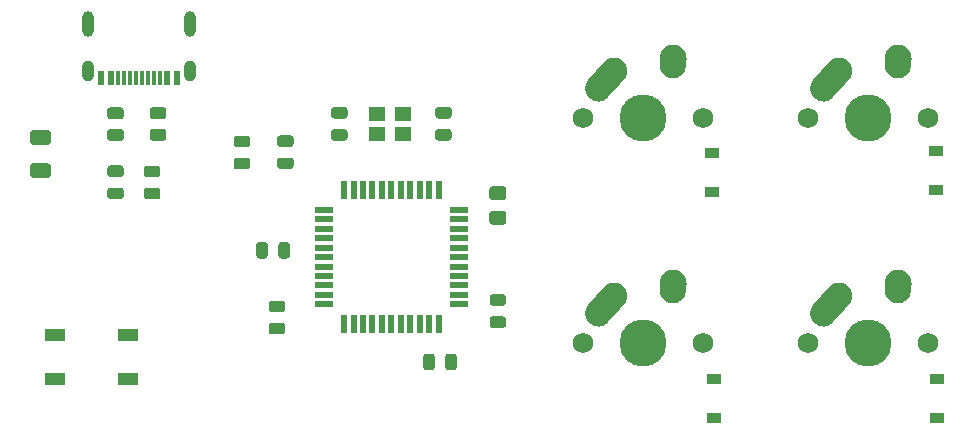
<source format=gbr>
G04 #@! TF.GenerationSoftware,KiCad,Pcbnew,(5.1.9-0-10_14)*
G04 #@! TF.CreationDate,2021-07-23T15:49:21-04:00*
G04 #@! TF.ProjectId,4key-pcb,346b6579-2d70-4636-922e-6b696361645f,rev?*
G04 #@! TF.SameCoordinates,Original*
G04 #@! TF.FileFunction,Soldermask,Bot*
G04 #@! TF.FilePolarity,Negative*
%FSLAX46Y46*%
G04 Gerber Fmt 4.6, Leading zero omitted, Abs format (unit mm)*
G04 Created by KiCad (PCBNEW (5.1.9-0-10_14)) date 2021-07-23 15:49:21*
%MOMM*%
%LPD*%
G01*
G04 APERTURE LIST*
%ADD10R,0.600000X1.150000*%
%ADD11R,0.300000X1.150000*%
%ADD12O,1.000000X2.200000*%
%ADD13O,1.000000X1.800000*%
%ADD14C,2.250000*%
%ADD15C,3.987800*%
%ADD16C,1.750000*%
%ADD17R,1.400000X1.200000*%
%ADD18R,1.200000X0.900000*%
%ADD19R,1.500000X0.550000*%
%ADD20R,0.550000X1.500000*%
%ADD21R,1.800000X1.100000*%
G04 APERTURE END LIST*
D10*
X60150000Y-93325000D03*
X60950000Y-93325000D03*
X66550000Y-93325000D03*
X65750000Y-93325000D03*
D11*
X61600000Y-93325000D03*
X62100000Y-93325000D03*
X62600000Y-93325000D03*
X63100000Y-93325000D03*
X65100000Y-93325000D03*
X64600000Y-93325000D03*
X64100000Y-93325000D03*
X63600000Y-93325000D03*
D12*
X67670000Y-88750000D03*
X59030000Y-88750000D03*
D13*
X59030000Y-92750000D03*
X67670000Y-92750000D03*
G36*
G01*
X64499998Y-97662500D02*
X65400002Y-97662500D01*
G75*
G02*
X65650000Y-97912498I0J-249998D01*
G01*
X65650000Y-98437502D01*
G75*
G02*
X65400002Y-98687500I-249998J0D01*
G01*
X64499998Y-98687500D01*
G75*
G02*
X64250000Y-98437502I0J249998D01*
G01*
X64250000Y-97912498D01*
G75*
G02*
X64499998Y-97662500I249998J0D01*
G01*
G37*
G36*
G01*
X64499998Y-95837500D02*
X65400002Y-95837500D01*
G75*
G02*
X65650000Y-96087498I0J-249998D01*
G01*
X65650000Y-96612502D01*
G75*
G02*
X65400002Y-96862500I-249998J0D01*
G01*
X64499998Y-96862500D01*
G75*
G02*
X64250000Y-96612502I0J249998D01*
G01*
X64250000Y-96087498D01*
G75*
G02*
X64499998Y-95837500I249998J0D01*
G01*
G37*
G36*
G01*
X60899998Y-97662500D02*
X61800002Y-97662500D01*
G75*
G02*
X62050000Y-97912498I0J-249998D01*
G01*
X62050000Y-98437502D01*
G75*
G02*
X61800002Y-98687500I-249998J0D01*
G01*
X60899998Y-98687500D01*
G75*
G02*
X60650000Y-98437502I0J249998D01*
G01*
X60650000Y-97912498D01*
G75*
G02*
X60899998Y-97662500I249998J0D01*
G01*
G37*
G36*
G01*
X60899998Y-95837500D02*
X61800002Y-95837500D01*
G75*
G02*
X62050000Y-96087498I0J-249998D01*
G01*
X62050000Y-96612502D01*
G75*
G02*
X61800002Y-96862500I-249998J0D01*
G01*
X60899998Y-96862500D01*
G75*
G02*
X60650000Y-96612502I0J249998D01*
G01*
X60650000Y-96087498D01*
G75*
G02*
X60899998Y-95837500I249998J0D01*
G01*
G37*
G36*
G01*
X94201000Y-103705000D02*
X93251000Y-103705000D01*
G75*
G02*
X93001000Y-103455000I0J250000D01*
G01*
X93001000Y-102780000D01*
G75*
G02*
X93251000Y-102530000I250000J0D01*
G01*
X94201000Y-102530000D01*
G75*
G02*
X94451000Y-102780000I0J-250000D01*
G01*
X94451000Y-103455000D01*
G75*
G02*
X94201000Y-103705000I-250000J0D01*
G01*
G37*
G36*
G01*
X94201000Y-105780000D02*
X93251000Y-105780000D01*
G75*
G02*
X93001000Y-105530000I0J250000D01*
G01*
X93001000Y-104855000D01*
G75*
G02*
X93251000Y-104605000I250000J0D01*
G01*
X94201000Y-104605000D01*
G75*
G02*
X94451000Y-104855000I0J-250000D01*
G01*
X94451000Y-105530000D01*
G75*
G02*
X94201000Y-105780000I-250000J0D01*
G01*
G37*
G36*
G01*
X127518483Y-112446395D02*
X127517597Y-112446334D01*
G75*
G02*
X126472666Y-111246597I77403J1122334D01*
G01*
X126512666Y-110666597D01*
G75*
G02*
X127712403Y-109621666I1122334J-77403D01*
G01*
X127712403Y-109621666D01*
G75*
G02*
X128757334Y-110821403I-77403J-1122334D01*
G01*
X128717334Y-111401403D01*
G75*
G02*
X127517597Y-112446334I-1122334J77403D01*
G01*
G37*
D14*
X127635000Y-110744000D03*
G36*
G01*
X120533688Y-114121350D02*
X120533683Y-114121345D01*
G75*
G02*
X120447655Y-112532683I751317J837345D01*
G01*
X121757657Y-111072683D01*
G75*
G02*
X123346319Y-110986655I837345J-751317D01*
G01*
X123346319Y-110986655D01*
G75*
G02*
X123432347Y-112575317I-751317J-837345D01*
G01*
X122122345Y-114035317D01*
G75*
G02*
X120533683Y-114121345I-837345J751317D01*
G01*
G37*
D15*
X125095000Y-115824000D03*
D14*
X122595000Y-111824000D03*
D16*
X120015000Y-115824000D03*
X130175000Y-115824000D03*
X111125000Y-96774000D03*
X100965000Y-96774000D03*
D14*
X103545000Y-92774000D03*
D15*
X106045000Y-96774000D03*
G36*
G01*
X101483688Y-95071350D02*
X101483683Y-95071345D01*
G75*
G02*
X101397655Y-93482683I751317J837345D01*
G01*
X102707657Y-92022683D01*
G75*
G02*
X104296319Y-91936655I837345J-751317D01*
G01*
X104296319Y-91936655D01*
G75*
G02*
X104382347Y-93525317I-751317J-837345D01*
G01*
X103072345Y-94985317D01*
G75*
G02*
X101483683Y-95071345I-837345J751317D01*
G01*
G37*
D14*
X108585000Y-91694000D03*
G36*
G01*
X108468483Y-93396395D02*
X108467597Y-93396334D01*
G75*
G02*
X107422666Y-92196597I77403J1122334D01*
G01*
X107462666Y-91616597D01*
G75*
G02*
X108662403Y-90571666I1122334J-77403D01*
G01*
X108662403Y-90571666D01*
G75*
G02*
X109707334Y-91771403I-77403J-1122334D01*
G01*
X109667334Y-92351403D01*
G75*
G02*
X108467597Y-93396334I-1122334J77403D01*
G01*
G37*
G36*
G01*
X88372500Y-116943750D02*
X88372500Y-117856250D01*
G75*
G02*
X88128750Y-118100000I-243750J0D01*
G01*
X87641250Y-118100000D01*
G75*
G02*
X87397500Y-117856250I0J243750D01*
G01*
X87397500Y-116943750D01*
G75*
G02*
X87641250Y-116700000I243750J0D01*
G01*
X88128750Y-116700000D01*
G75*
G02*
X88372500Y-116943750I0J-243750D01*
G01*
G37*
G36*
G01*
X90247500Y-116943750D02*
X90247500Y-117856250D01*
G75*
G02*
X90003750Y-118100000I-243750J0D01*
G01*
X89516250Y-118100000D01*
G75*
G02*
X89272500Y-117856250I0J243750D01*
G01*
X89272500Y-116943750D01*
G75*
G02*
X89516250Y-116700000I243750J0D01*
G01*
X90003750Y-116700000D01*
G75*
G02*
X90247500Y-116943750I0J-243750D01*
G01*
G37*
G36*
G01*
X76186250Y-99192500D02*
X75273750Y-99192500D01*
G75*
G02*
X75030000Y-98948750I0J243750D01*
G01*
X75030000Y-98461250D01*
G75*
G02*
X75273750Y-98217500I243750J0D01*
G01*
X76186250Y-98217500D01*
G75*
G02*
X76430000Y-98461250I0J-243750D01*
G01*
X76430000Y-98948750D01*
G75*
G02*
X76186250Y-99192500I-243750J0D01*
G01*
G37*
G36*
G01*
X76186250Y-101067500D02*
X75273750Y-101067500D01*
G75*
G02*
X75030000Y-100823750I0J243750D01*
G01*
X75030000Y-100336250D01*
G75*
G02*
X75273750Y-100092500I243750J0D01*
G01*
X76186250Y-100092500D01*
G75*
G02*
X76430000Y-100336250I0J-243750D01*
G01*
X76430000Y-100823750D01*
G75*
G02*
X76186250Y-101067500I-243750J0D01*
G01*
G37*
G36*
G01*
X74563750Y-114087500D02*
X75476250Y-114087500D01*
G75*
G02*
X75720000Y-114331250I0J-243750D01*
G01*
X75720000Y-114818750D01*
G75*
G02*
X75476250Y-115062500I-243750J0D01*
G01*
X74563750Y-115062500D01*
G75*
G02*
X74320000Y-114818750I0J243750D01*
G01*
X74320000Y-114331250D01*
G75*
G02*
X74563750Y-114087500I243750J0D01*
G01*
G37*
G36*
G01*
X74563750Y-112212500D02*
X75476250Y-112212500D01*
G75*
G02*
X75720000Y-112456250I0J-243750D01*
G01*
X75720000Y-112943750D01*
G75*
G02*
X75476250Y-113187500I-243750J0D01*
G01*
X74563750Y-113187500D01*
G75*
G02*
X74320000Y-112943750I0J243750D01*
G01*
X74320000Y-112456250D01*
G75*
G02*
X74563750Y-112212500I243750J0D01*
G01*
G37*
G36*
G01*
X89576250Y-96790000D02*
X88663750Y-96790000D01*
G75*
G02*
X88420000Y-96546250I0J243750D01*
G01*
X88420000Y-96058750D01*
G75*
G02*
X88663750Y-95815000I243750J0D01*
G01*
X89576250Y-95815000D01*
G75*
G02*
X89820000Y-96058750I0J-243750D01*
G01*
X89820000Y-96546250D01*
G75*
G02*
X89576250Y-96790000I-243750J0D01*
G01*
G37*
G36*
G01*
X89576250Y-98665000D02*
X88663750Y-98665000D01*
G75*
G02*
X88420000Y-98421250I0J243750D01*
G01*
X88420000Y-97933750D01*
G75*
G02*
X88663750Y-97690000I243750J0D01*
G01*
X89576250Y-97690000D01*
G75*
G02*
X89820000Y-97933750I0J-243750D01*
G01*
X89820000Y-98421250D01*
G75*
G02*
X89576250Y-98665000I-243750J0D01*
G01*
G37*
G36*
G01*
X80766250Y-96797500D02*
X79853750Y-96797500D01*
G75*
G02*
X79610000Y-96553750I0J243750D01*
G01*
X79610000Y-96066250D01*
G75*
G02*
X79853750Y-95822500I243750J0D01*
G01*
X80766250Y-95822500D01*
G75*
G02*
X81010000Y-96066250I0J-243750D01*
G01*
X81010000Y-96553750D01*
G75*
G02*
X80766250Y-96797500I-243750J0D01*
G01*
G37*
G36*
G01*
X80766250Y-98672500D02*
X79853750Y-98672500D01*
G75*
G02*
X79610000Y-98428750I0J243750D01*
G01*
X79610000Y-97941250D01*
G75*
G02*
X79853750Y-97697500I243750J0D01*
G01*
X80766250Y-97697500D01*
G75*
G02*
X81010000Y-97941250I0J-243750D01*
G01*
X81010000Y-98428750D01*
G75*
G02*
X80766250Y-98672500I-243750J0D01*
G01*
G37*
G36*
G01*
X74252500Y-107483750D02*
X74252500Y-108396250D01*
G75*
G02*
X74008750Y-108640000I-243750J0D01*
G01*
X73521250Y-108640000D01*
G75*
G02*
X73277500Y-108396250I0J243750D01*
G01*
X73277500Y-107483750D01*
G75*
G02*
X73521250Y-107240000I243750J0D01*
G01*
X74008750Y-107240000D01*
G75*
G02*
X74252500Y-107483750I0J-243750D01*
G01*
G37*
G36*
G01*
X76127500Y-107483750D02*
X76127500Y-108396250D01*
G75*
G02*
X75883750Y-108640000I-243750J0D01*
G01*
X75396250Y-108640000D01*
G75*
G02*
X75152500Y-108396250I0J243750D01*
G01*
X75152500Y-107483750D01*
G75*
G02*
X75396250Y-107240000I243750J0D01*
G01*
X75883750Y-107240000D01*
G75*
G02*
X76127500Y-107483750I0J-243750D01*
G01*
G37*
D17*
X85720000Y-98140000D03*
X83520000Y-98140000D03*
X83520000Y-96440000D03*
X85720000Y-96440000D03*
D18*
X112014000Y-118874000D03*
X112014000Y-122174000D03*
X130810000Y-102869000D03*
X130810000Y-99569000D03*
X111887000Y-99697000D03*
X111887000Y-102997000D03*
X130937000Y-122174000D03*
X130937000Y-118874000D03*
G36*
G01*
X55625000Y-101825000D02*
X54375000Y-101825000D01*
G75*
G02*
X54125000Y-101575000I0J250000D01*
G01*
X54125000Y-100825000D01*
G75*
G02*
X54375000Y-100575000I250000J0D01*
G01*
X55625000Y-100575000D01*
G75*
G02*
X55875000Y-100825000I0J-250000D01*
G01*
X55875000Y-101575000D01*
G75*
G02*
X55625000Y-101825000I-250000J0D01*
G01*
G37*
G36*
G01*
X55625000Y-99025000D02*
X54375000Y-99025000D01*
G75*
G02*
X54125000Y-98775000I0J250000D01*
G01*
X54125000Y-98025000D01*
G75*
G02*
X54375000Y-97775000I250000J0D01*
G01*
X55625000Y-97775000D01*
G75*
G02*
X55875000Y-98025000I0J-250000D01*
G01*
X55875000Y-98775000D01*
G75*
G02*
X55625000Y-99025000I-250000J0D01*
G01*
G37*
G36*
G01*
X127518483Y-93396395D02*
X127517597Y-93396334D01*
G75*
G02*
X126472666Y-92196597I77403J1122334D01*
G01*
X126512666Y-91616597D01*
G75*
G02*
X127712403Y-90571666I1122334J-77403D01*
G01*
X127712403Y-90571666D01*
G75*
G02*
X128757334Y-91771403I-77403J-1122334D01*
G01*
X128717334Y-92351403D01*
G75*
G02*
X127517597Y-93396334I-1122334J77403D01*
G01*
G37*
D14*
X127635000Y-91694000D03*
G36*
G01*
X120533688Y-95071350D02*
X120533683Y-95071345D01*
G75*
G02*
X120447655Y-93482683I751317J837345D01*
G01*
X121757657Y-92022683D01*
G75*
G02*
X123346319Y-91936655I837345J-751317D01*
G01*
X123346319Y-91936655D01*
G75*
G02*
X123432347Y-93525317I-751317J-837345D01*
G01*
X122122345Y-94985317D01*
G75*
G02*
X120533683Y-95071345I-837345J751317D01*
G01*
G37*
D15*
X125095000Y-96774000D03*
D14*
X122595000Y-92774000D03*
D16*
X120015000Y-96774000D03*
X130175000Y-96774000D03*
X111125000Y-115824000D03*
X100965000Y-115824000D03*
D14*
X103545000Y-111824000D03*
D15*
X106045000Y-115824000D03*
G36*
G01*
X101483688Y-114121350D02*
X101483683Y-114121345D01*
G75*
G02*
X101397655Y-112532683I751317J837345D01*
G01*
X102707657Y-111072683D01*
G75*
G02*
X104296319Y-110986655I837345J-751317D01*
G01*
X104296319Y-110986655D01*
G75*
G02*
X104382347Y-112575317I-751317J-837345D01*
G01*
X103072345Y-114035317D01*
G75*
G02*
X101483683Y-114121345I-837345J751317D01*
G01*
G37*
D14*
X108585000Y-110744000D03*
G36*
G01*
X108468483Y-112446395D02*
X108467597Y-112446334D01*
G75*
G02*
X107422666Y-111246597I77403J1122334D01*
G01*
X107462666Y-110666597D01*
G75*
G02*
X108662403Y-109621666I1122334J-77403D01*
G01*
X108662403Y-109621666D01*
G75*
G02*
X109707334Y-110821403I-77403J-1122334D01*
G01*
X109667334Y-111401403D01*
G75*
G02*
X108467597Y-112446334I-1122334J77403D01*
G01*
G37*
D19*
X79009000Y-112521500D03*
X79009000Y-111721500D03*
X79009000Y-110921500D03*
X79009000Y-110121500D03*
X79009000Y-109321500D03*
X79009000Y-108521500D03*
X79009000Y-107721500D03*
X79009000Y-106921500D03*
X79009000Y-106121500D03*
X79009000Y-105321500D03*
X79009000Y-104521500D03*
D20*
X80709000Y-102821500D03*
X81509000Y-102821500D03*
X82309000Y-102821500D03*
X83109000Y-102821500D03*
X83909000Y-102821500D03*
X84709000Y-102821500D03*
X85509000Y-102821500D03*
X86309000Y-102821500D03*
X87109000Y-102821500D03*
X87909000Y-102821500D03*
X88709000Y-102821500D03*
D19*
X90409000Y-104521500D03*
X90409000Y-105321500D03*
X90409000Y-106121500D03*
X90409000Y-106921500D03*
X90409000Y-107721500D03*
X90409000Y-108521500D03*
X90409000Y-109321500D03*
X90409000Y-110121500D03*
X90409000Y-110921500D03*
X90409000Y-111721500D03*
X90409000Y-112521500D03*
D20*
X88709000Y-114221500D03*
X87909000Y-114221500D03*
X87109000Y-114221500D03*
X86309000Y-114221500D03*
X85509000Y-114221500D03*
X84709000Y-114221500D03*
X83909000Y-114221500D03*
X83109000Y-114221500D03*
X82309000Y-114221500D03*
X81509000Y-114221500D03*
X80709000Y-114221500D03*
G36*
G01*
X64906250Y-101762500D02*
X63993750Y-101762500D01*
G75*
G02*
X63750000Y-101518750I0J243750D01*
G01*
X63750000Y-101031250D01*
G75*
G02*
X63993750Y-100787500I243750J0D01*
G01*
X64906250Y-100787500D01*
G75*
G02*
X65150000Y-101031250I0J-243750D01*
G01*
X65150000Y-101518750D01*
G75*
G02*
X64906250Y-101762500I-243750J0D01*
G01*
G37*
G36*
G01*
X64906250Y-103637500D02*
X63993750Y-103637500D01*
G75*
G02*
X63750000Y-103393750I0J243750D01*
G01*
X63750000Y-102906250D01*
G75*
G02*
X63993750Y-102662500I243750J0D01*
G01*
X64906250Y-102662500D01*
G75*
G02*
X65150000Y-102906250I0J-243750D01*
G01*
X65150000Y-103393750D01*
G75*
G02*
X64906250Y-103637500I-243750J0D01*
G01*
G37*
G36*
G01*
X61806250Y-103612500D02*
X60893750Y-103612500D01*
G75*
G02*
X60650000Y-103368750I0J243750D01*
G01*
X60650000Y-102881250D01*
G75*
G02*
X60893750Y-102637500I243750J0D01*
G01*
X61806250Y-102637500D01*
G75*
G02*
X62050000Y-102881250I0J-243750D01*
G01*
X62050000Y-103368750D01*
G75*
G02*
X61806250Y-103612500I-243750J0D01*
G01*
G37*
G36*
G01*
X61806250Y-101737500D02*
X60893750Y-101737500D01*
G75*
G02*
X60650000Y-101493750I0J243750D01*
G01*
X60650000Y-101006250D01*
G75*
G02*
X60893750Y-100762500I243750J0D01*
G01*
X61806250Y-100762500D01*
G75*
G02*
X62050000Y-101006250I0J-243750D01*
G01*
X62050000Y-101493750D01*
G75*
G02*
X61806250Y-101737500I-243750J0D01*
G01*
G37*
G36*
G01*
X94182250Y-112643500D02*
X93269750Y-112643500D01*
G75*
G02*
X93026000Y-112399750I0J243750D01*
G01*
X93026000Y-111912250D01*
G75*
G02*
X93269750Y-111668500I243750J0D01*
G01*
X94182250Y-111668500D01*
G75*
G02*
X94426000Y-111912250I0J-243750D01*
G01*
X94426000Y-112399750D01*
G75*
G02*
X94182250Y-112643500I-243750J0D01*
G01*
G37*
G36*
G01*
X94182250Y-114518500D02*
X93269750Y-114518500D01*
G75*
G02*
X93026000Y-114274750I0J243750D01*
G01*
X93026000Y-113787250D01*
G75*
G02*
X93269750Y-113543500I243750J0D01*
G01*
X94182250Y-113543500D01*
G75*
G02*
X94426000Y-113787250I0J-243750D01*
G01*
X94426000Y-114274750D01*
G75*
G02*
X94182250Y-114518500I-243750J0D01*
G01*
G37*
G36*
G01*
X71603750Y-98252500D02*
X72516250Y-98252500D01*
G75*
G02*
X72760000Y-98496250I0J-243750D01*
G01*
X72760000Y-98983750D01*
G75*
G02*
X72516250Y-99227500I-243750J0D01*
G01*
X71603750Y-99227500D01*
G75*
G02*
X71360000Y-98983750I0J243750D01*
G01*
X71360000Y-98496250D01*
G75*
G02*
X71603750Y-98252500I243750J0D01*
G01*
G37*
G36*
G01*
X71603750Y-100127500D02*
X72516250Y-100127500D01*
G75*
G02*
X72760000Y-100371250I0J-243750D01*
G01*
X72760000Y-100858750D01*
G75*
G02*
X72516250Y-101102500I-243750J0D01*
G01*
X71603750Y-101102500D01*
G75*
G02*
X71360000Y-100858750I0J243750D01*
G01*
X71360000Y-100371250D01*
G75*
G02*
X71603750Y-100127500I243750J0D01*
G01*
G37*
D21*
X56209000Y-118817000D03*
X62409000Y-115117000D03*
X56209000Y-115117000D03*
X62409000Y-118817000D03*
M02*

</source>
